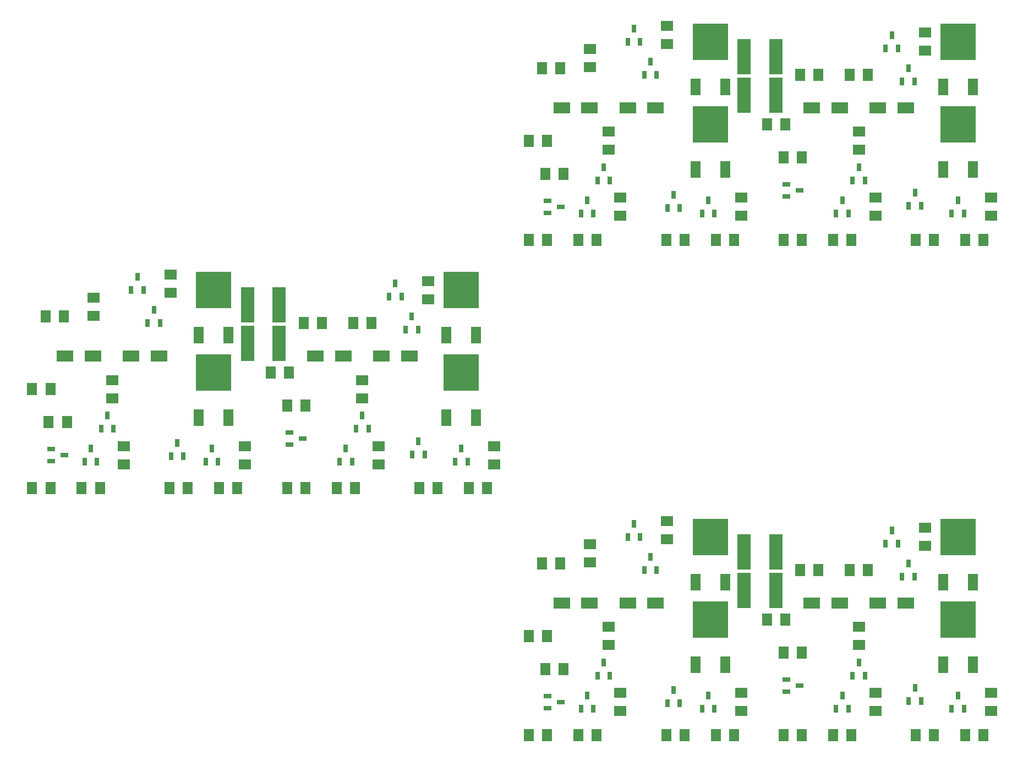
<source format=gtp>
G04 Layer_Color=8421504*
%FSLAX25Y25*%
%MOIN*%
G70*
G01*
G75*
G04:AMPARAMS|DCode=11|XSize=62.99mil|YSize=70.87mil|CornerRadius=0mil|HoleSize=0mil|Usage=FLASHONLY|Rotation=270.000|XOffset=0mil|YOffset=0mil|HoleType=Round|Shape=RoundedRectangle|*
%AMROUNDEDRECTD11*
21,1,0.06299,0.07087,0,0,270.0*
21,1,0.06299,0.07087,0,0,270.0*
1,1,0.00000,-0.03543,-0.03150*
1,1,0.00000,-0.03543,0.03150*
1,1,0.00000,0.03543,0.03150*
1,1,0.00000,0.03543,-0.03150*
%
%ADD11ROUNDEDRECTD11*%
%ADD12R,0.10433X0.06890*%
%ADD13R,0.06200X0.10400*%
%ADD14R,0.21400X0.22000*%
%ADD15R,0.06200X0.10300*%
%ADD16R,0.03000X0.05000*%
%ADD17R,0.05000X0.03000*%
G04:AMPARAMS|DCode=18|XSize=62.99mil|YSize=70.87mil|CornerRadius=0mil|HoleSize=0mil|Usage=FLASHONLY|Rotation=0.000|XOffset=0mil|YOffset=0mil|HoleType=Round|Shape=RoundedRectangle|*
%AMROUNDEDRECTD18*
21,1,0.06299,0.07087,0,0,0.0*
21,1,0.06299,0.07087,0,0,0.0*
1,1,0.00000,0.03150,-0.03543*
1,1,0.00000,-0.03150,-0.03543*
1,1,0.00000,-0.03150,0.03543*
1,1,0.00000,0.03150,0.03543*
%
%ADD18ROUNDEDRECTD18*%
%ADD19R,0.07874X0.21260*%
D11*
X209300Y375112D02*
D03*
Y364088D02*
D03*
X57765Y375112D02*
D03*
Y364088D02*
D03*
X289300Y324088D02*
D03*
Y335112D02*
D03*
X249300Y435112D02*
D03*
Y424088D02*
D03*
X219300Y324088D02*
D03*
Y335112D02*
D03*
X138119Y324088D02*
D03*
Y335112D02*
D03*
X93050Y439112D02*
D03*
Y428088D02*
D03*
X64812Y324088D02*
D03*
Y335112D02*
D03*
X46500Y425112D02*
D03*
Y414088D02*
D03*
X510000Y225512D02*
D03*
Y214488D02*
D03*
X358465Y225512D02*
D03*
Y214488D02*
D03*
X590000Y174488D02*
D03*
Y185512D02*
D03*
X550000Y285512D02*
D03*
Y274488D02*
D03*
X520000Y174488D02*
D03*
Y185512D02*
D03*
X438819Y174488D02*
D03*
Y185512D02*
D03*
X393750Y289512D02*
D03*
Y278488D02*
D03*
X365512Y174488D02*
D03*
Y185512D02*
D03*
X347200Y275512D02*
D03*
Y264488D02*
D03*
X358465Y525512D02*
D03*
Y514488D02*
D03*
X510000Y525512D02*
D03*
Y514488D02*
D03*
X365512Y474488D02*
D03*
Y485512D02*
D03*
X347200Y575512D02*
D03*
Y564488D02*
D03*
X393750Y589512D02*
D03*
Y578488D02*
D03*
X438819Y474488D02*
D03*
Y485512D02*
D03*
X520000Y474488D02*
D03*
Y485512D02*
D03*
X550000Y585512D02*
D03*
Y574488D02*
D03*
X590000Y474488D02*
D03*
Y485512D02*
D03*
D12*
X197765Y389600D02*
D03*
X180835D02*
D03*
X46229Y389600D02*
D03*
X29300D02*
D03*
X237765Y389600D02*
D03*
X220835D02*
D03*
X86229Y389600D02*
D03*
X69300D02*
D03*
X498465Y240000D02*
D03*
X481535D02*
D03*
X346929Y240000D02*
D03*
X330000D02*
D03*
X538465Y240000D02*
D03*
X521535D02*
D03*
X386929Y240000D02*
D03*
X370000D02*
D03*
X538465Y540000D02*
D03*
X521535D02*
D03*
X498465D02*
D03*
X481535D02*
D03*
X386929Y540000D02*
D03*
X370000D02*
D03*
X346929D02*
D03*
X330000D02*
D03*
D13*
X128300Y402300D02*
D03*
X278300D02*
D03*
X128300Y352300D02*
D03*
X278300D02*
D03*
X429000Y252700D02*
D03*
X579000D02*
D03*
X429000Y202700D02*
D03*
X579000D02*
D03*
X429000Y552700D02*
D03*
X579000D02*
D03*
X429000Y502700D02*
D03*
X579000D02*
D03*
D14*
X119300Y429600D02*
D03*
X269300D02*
D03*
X119300Y379600D02*
D03*
X269300D02*
D03*
X420000Y280000D02*
D03*
X570000D02*
D03*
X420000Y230000D02*
D03*
X570000D02*
D03*
X420000Y580000D02*
D03*
X570000D02*
D03*
X420000Y530000D02*
D03*
X570000D02*
D03*
D15*
X110300Y402300D02*
D03*
X260300D02*
D03*
X110300Y352300D02*
D03*
X260300D02*
D03*
X411000Y252700D02*
D03*
X561000D02*
D03*
X411000Y202700D02*
D03*
X561000D02*
D03*
X411000Y552700D02*
D03*
X561000D02*
D03*
X411000Y502700D02*
D03*
X561000D02*
D03*
D16*
X269300Y333600D02*
D03*
X273050Y325600D02*
D03*
X265550D02*
D03*
X239300Y413600D02*
D03*
X243050Y405600D02*
D03*
X235550D02*
D03*
X209300Y353600D02*
D03*
X213050Y345600D02*
D03*
X205550D02*
D03*
X118119Y333600D02*
D03*
X121869Y325600D02*
D03*
X114369D02*
D03*
X83050Y417600D02*
D03*
X86800Y409600D02*
D03*
X79300D02*
D03*
X54812Y353600D02*
D03*
X58562Y345600D02*
D03*
X51062D02*
D03*
X243300Y338100D02*
D03*
X247050Y330100D02*
D03*
X239550D02*
D03*
X229300Y433600D02*
D03*
X233050Y425600D02*
D03*
X225550D02*
D03*
X199300Y333600D02*
D03*
X203050Y325600D02*
D03*
X195550D02*
D03*
X97100Y336900D02*
D03*
X100850Y328900D02*
D03*
X93350D02*
D03*
X73050Y437600D02*
D03*
X76800Y429600D02*
D03*
X69300D02*
D03*
X44812Y333600D02*
D03*
X48562Y325600D02*
D03*
X41062D02*
D03*
X570000Y184000D02*
D03*
X573750Y176000D02*
D03*
X566250D02*
D03*
X540000Y264000D02*
D03*
X543750Y256000D02*
D03*
X536250D02*
D03*
X510000Y204000D02*
D03*
X513750Y196000D02*
D03*
X506250D02*
D03*
X418819Y184000D02*
D03*
X422569Y176000D02*
D03*
X415069D02*
D03*
X383750Y268000D02*
D03*
X387500Y260000D02*
D03*
X380000D02*
D03*
X355512Y204000D02*
D03*
X359262Y196000D02*
D03*
X351762D02*
D03*
X544000Y188500D02*
D03*
X547750Y180500D02*
D03*
X540250D02*
D03*
X530000Y284000D02*
D03*
X533750Y276000D02*
D03*
X526250D02*
D03*
X500000Y184000D02*
D03*
X503750Y176000D02*
D03*
X496250D02*
D03*
X397800Y187300D02*
D03*
X401550Y179300D02*
D03*
X394050D02*
D03*
X373750Y288000D02*
D03*
X377500Y280000D02*
D03*
X370000D02*
D03*
X345512Y184000D02*
D03*
X349262Y176000D02*
D03*
X341762D02*
D03*
X355512Y504000D02*
D03*
X359262Y496000D02*
D03*
X351762D02*
D03*
X345512Y484000D02*
D03*
X349262Y476000D02*
D03*
X341762D02*
D03*
X373750Y588000D02*
D03*
X377500Y580000D02*
D03*
X370000D02*
D03*
X397800Y487300D02*
D03*
X401550Y479300D02*
D03*
X394050D02*
D03*
X500000Y484000D02*
D03*
X503750Y476000D02*
D03*
X496250D02*
D03*
X530000Y584000D02*
D03*
X533750Y576000D02*
D03*
X526250D02*
D03*
X544000Y488500D02*
D03*
X547750Y480500D02*
D03*
X540250D02*
D03*
X383750Y568000D02*
D03*
X387500Y560000D02*
D03*
X380000D02*
D03*
X418819Y484000D02*
D03*
X422569Y476000D02*
D03*
X415069D02*
D03*
X510000Y504000D02*
D03*
X513750Y496000D02*
D03*
X506250D02*
D03*
X540000Y564000D02*
D03*
X543750Y556000D02*
D03*
X536250D02*
D03*
X570000Y484000D02*
D03*
X573750Y476000D02*
D03*
X566250D02*
D03*
D17*
X173300Y339600D02*
D03*
X165300Y335850D02*
D03*
Y343350D02*
D03*
X28812Y329600D02*
D03*
X20812Y325850D02*
D03*
Y333350D02*
D03*
X474000Y190000D02*
D03*
X466000Y186250D02*
D03*
Y193750D02*
D03*
X329512Y180000D02*
D03*
X321512Y176250D02*
D03*
Y183750D02*
D03*
X474000Y490000D02*
D03*
X466000Y486250D02*
D03*
Y493750D02*
D03*
X329512Y480000D02*
D03*
X321512Y476250D02*
D03*
Y483750D02*
D03*
D18*
X254812Y309600D02*
D03*
X243788D02*
D03*
X184812Y409600D02*
D03*
X173788D02*
D03*
X174812Y309600D02*
D03*
X163788D02*
D03*
X103631D02*
D03*
X92607D02*
D03*
X28562Y413600D02*
D03*
X17538D02*
D03*
X20324Y309600D02*
D03*
X9300D02*
D03*
X284812D02*
D03*
X273788D02*
D03*
X214812Y409600D02*
D03*
X203788D02*
D03*
X204812Y309600D02*
D03*
X193788D02*
D03*
X133631D02*
D03*
X122607D02*
D03*
X50324D02*
D03*
X39300D02*
D03*
X174812Y359600D02*
D03*
X163788D02*
D03*
X30324Y349600D02*
D03*
X19300D02*
D03*
X153788Y379600D02*
D03*
X164812D02*
D03*
X9300Y369600D02*
D03*
X20324D02*
D03*
X555512Y160000D02*
D03*
X544488D02*
D03*
X485512Y260000D02*
D03*
X474488D02*
D03*
X475512Y160000D02*
D03*
X464488D02*
D03*
X404331D02*
D03*
X393307D02*
D03*
X329262Y264000D02*
D03*
X318238D02*
D03*
X321024Y160000D02*
D03*
X310000D02*
D03*
X585512D02*
D03*
X574488D02*
D03*
X515512Y260000D02*
D03*
X504488D02*
D03*
X505512Y160000D02*
D03*
X494488D02*
D03*
X434331D02*
D03*
X423307D02*
D03*
X351024D02*
D03*
X340000D02*
D03*
X475512Y210000D02*
D03*
X464488D02*
D03*
X331024Y200000D02*
D03*
X320000D02*
D03*
X454488Y230000D02*
D03*
X465512D02*
D03*
X310000Y220000D02*
D03*
X321024D02*
D03*
X475512Y510000D02*
D03*
X464488D02*
D03*
X454488Y530000D02*
D03*
X465512D02*
D03*
X321024Y460000D02*
D03*
X310000D02*
D03*
X351024D02*
D03*
X340000D02*
D03*
X310000Y520000D02*
D03*
X321024D02*
D03*
X331024Y500000D02*
D03*
X320000D02*
D03*
X434331Y460000D02*
D03*
X423307D02*
D03*
X505512D02*
D03*
X494488D02*
D03*
X515512Y560000D02*
D03*
X504488D02*
D03*
X585512Y460000D02*
D03*
X574488D02*
D03*
X329262Y564000D02*
D03*
X318238D02*
D03*
X404331Y460000D02*
D03*
X393307D02*
D03*
X475512D02*
D03*
X464488D02*
D03*
X485512Y560000D02*
D03*
X474488D02*
D03*
X555512Y460000D02*
D03*
X544488D02*
D03*
D19*
X139655Y420700D02*
D03*
X158947D02*
D03*
X139655Y397200D02*
D03*
X158947D02*
D03*
X440355Y271100D02*
D03*
X459647D02*
D03*
X440355Y247600D02*
D03*
X459647D02*
D03*
X440355Y547600D02*
D03*
X459647D02*
D03*
X440355Y571100D02*
D03*
X459647D02*
D03*
M02*

</source>
